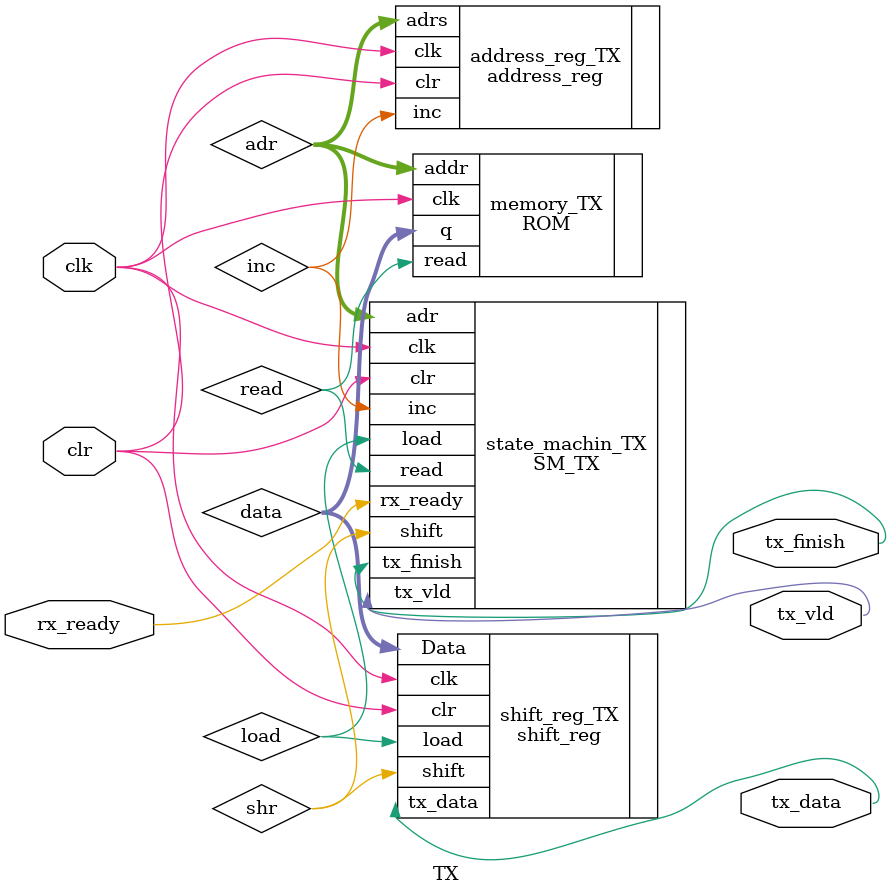
<source format=v>
`timescale 1ns/1ns

module TX (
    output wire tx_data,
    output wire tx_vld,
    output wire tx_finish,
    input wire clk,
    input wire clr,
    input wire rx_ready
);

    wire read, inc, load, shr;  // Internal wires for state machine signals and shift register control
    wire [1:0] adr;             // Address wire for ROM memory
    wire [7:0] data;            // Data wire from ROM memory

    // Instantiate state machine module (SM_TX)
    SM_TX state_machin_TX (
        .read(read),         // Signal to allow the memory to output the data
        .inc(inc),           // Signal to increment to the next memory cell
        .load(load),         // Signal to load data into the shift register
        .shift(shr),         // Signal to shift the data in the shift register
        .tx_vld(tx_vld),     // Signal indicating valid data from TX
        .tx_finish(tx_finish), // Signal indicating completion of data transfer
        .clk(clk),           // Clock input
        .clr(clr),           // Asynchronous clear input
        .rx_ready(rx_ready), // Signal indicating RX is ready to receive data
        .adr(adr)            // Address input for ROM memory
    );

    // Instantiate ROM module (ROM)
    ROM memory_TX (
        .addr(adr),  // Address input for ROM memory
        .read(read), // Signal to allow the memory to output the data
        .clk(clk),   // Clock input
        .q(data)     // Data output from ROM memory
    );

    // Instantiate shift register module (shift_reg)
    shift_reg shift_reg_TX (
        .clk(clk),       // Clock input
        .clr(clr),       // Asynchronous clear input
        .load(load),     // Signal to load data into the shift register
        .shift(shr),     // Signal to shift the data in the shift register
        .Data(data),     // Data input from ROM memory
        .tx_data(tx_data) // Data output for transmission
    );

    // Instantiate address register module (address_reg)
    address_reg address_reg_TX (
        .clk(clk),   // Clock input
        .clr(clr),   // Asynchronous clear input
        .inc(inc),   // Signal to increment to the next memory cell
        .adrs(adr)   // Address output for ROM memory
    );

endmodule

</source>
